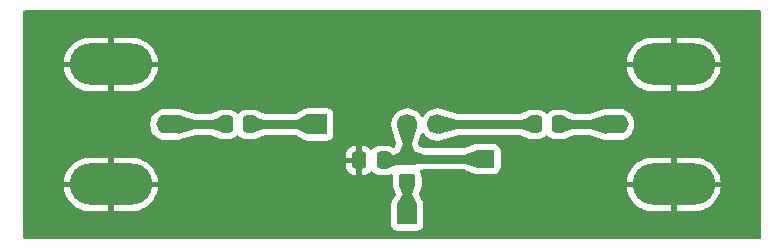
<source format=gbr>
%TF.GenerationSoftware,KiCad,Pcbnew,9.0.3*%
%TF.CreationDate,2025-07-24T18:02:03+02:00*%
%TF.ProjectId,OM345_Testrig,4f4d3334-355f-4546-9573-747269672e6b,rev?*%
%TF.SameCoordinates,Original*%
%TF.FileFunction,Copper,L1,Top*%
%TF.FilePolarity,Positive*%
%FSLAX46Y46*%
G04 Gerber Fmt 4.6, Leading zero omitted, Abs format (unit mm)*
G04 Created by KiCad (PCBNEW 9.0.3) date 2025-07-24 18:02:03*
%MOMM*%
%LPD*%
G01*
G04 APERTURE LIST*
G04 Aperture macros list*
%AMRoundRect*
0 Rectangle with rounded corners*
0 $1 Rounding radius*
0 $2 $3 $4 $5 $6 $7 $8 $9 X,Y pos of 4 corners*
0 Add a 4 corners polygon primitive as box body*
4,1,4,$2,$3,$4,$5,$6,$7,$8,$9,$2,$3,0*
0 Add four circle primitives for the rounded corners*
1,1,$1+$1,$2,$3*
1,1,$1+$1,$4,$5*
1,1,$1+$1,$6,$7*
1,1,$1+$1,$8,$9*
0 Add four rect primitives between the rounded corners*
20,1,$1+$1,$2,$3,$4,$5,0*
20,1,$1+$1,$4,$5,$6,$7,0*
20,1,$1+$1,$6,$7,$8,$9,0*
20,1,$1+$1,$8,$9,$2,$3,0*%
G04 Aperture macros list end*
%TA.AperFunction,ComponentPad*%
%ADD10RoundRect,0.250000X-0.550000X0.550000X-0.550000X-0.550000X0.550000X-0.550000X0.550000X0.550000X0*%
%TD*%
%TA.AperFunction,ComponentPad*%
%ADD11C,1.600000*%
%TD*%
%TA.AperFunction,SMDPad,CuDef*%
%ADD12RoundRect,0.250000X-0.450000X0.350000X-0.450000X-0.350000X0.450000X-0.350000X0.450000X0.350000X0*%
%TD*%
%TA.AperFunction,ComponentPad*%
%ADD13R,1.700000X1.700000*%
%TD*%
%TA.AperFunction,ComponentPad*%
%ADD14C,1.700000*%
%TD*%
%TA.AperFunction,ComponentPad*%
%ADD15O,2.500000X1.600000*%
%TD*%
%TA.AperFunction,ComponentPad*%
%ADD16O,7.000000X3.500000*%
%TD*%
%TA.AperFunction,SMDPad,CuDef*%
%ADD17RoundRect,0.250000X-0.337500X-0.475000X0.337500X-0.475000X0.337500X0.475000X-0.337500X0.475000X0*%
%TD*%
%TA.AperFunction,ViaPad*%
%ADD18C,0.600000*%
%TD*%
%TA.AperFunction,Conductor*%
%ADD19C,0.762000*%
%TD*%
G04 APERTURE END LIST*
D10*
%TO.P,C4,1*%
%TO.N,VCC*%
X151384000Y-84201000D03*
D11*
%TO.P,C4,2*%
%TO.N,GND*%
X151384000Y-86701000D03*
%TD*%
D12*
%TO.P,R1,1*%
%TO.N,VCC*%
X144780000Y-84090000D03*
%TO.P,R1,2*%
%TO.N,+12V*%
X144780000Y-86090000D03*
%TD*%
D13*
%TO.P,J3,1,Pin_1*%
%TO.N,Net-(J3-Pin_1)*%
X137160000Y-81280000D03*
D14*
%TO.P,J3,2,Pin_2*%
%TO.N,GND*%
X139700000Y-81280000D03*
%TO.P,J3,3,Pin_3*%
X142240000Y-81280000D03*
%TO.P,J3,4,Pin_4*%
%TO.N,VCC*%
X144780000Y-81280000D03*
%TO.P,J3,5,Pin_5*%
%TO.N,Net-(J3-Pin_5)*%
X147320000Y-81280000D03*
%TD*%
D15*
%TO.P,J1,1,In*%
%TO.N,Net-(J1-In)*%
X124770000Y-81280000D03*
D16*
%TO.P,J1,2,Ext*%
%TO.N,GND*%
X119690000Y-86360000D03*
D15*
X124770000Y-83820000D03*
D16*
X119690000Y-76200000D03*
%TD*%
D17*
%TO.P,C1,1*%
%TO.N,Net-(J1-In)*%
X129391500Y-81280000D03*
%TO.P,C1,2*%
%TO.N,Net-(J3-Pin_1)*%
X131466500Y-81280000D03*
%TD*%
%TO.P,C2,1*%
%TO.N,Net-(J3-Pin_5)*%
X155553500Y-81280000D03*
%TO.P,C2,2*%
%TO.N,Net-(J2-In)*%
X157628500Y-81280000D03*
%TD*%
D15*
%TO.P,J2,1,In*%
%TO.N,Net-(J2-In)*%
X162250000Y-81280000D03*
D16*
%TO.P,J2,2,Ext*%
%TO.N,GND*%
X167330000Y-76200000D03*
D15*
X162250000Y-78740000D03*
D16*
X167330000Y-86360000D03*
%TD*%
D13*
%TO.P,J4,1,Pin_1*%
%TO.N,+12V*%
X144780000Y-88900000D03*
D14*
%TO.P,J4,2,Pin_2*%
%TO.N,GND*%
X142240000Y-88900000D03*
%TD*%
D17*
%TO.P,C3,1*%
%TO.N,GND*%
X140694500Y-84328000D03*
%TO.P,C3,2*%
%TO.N,VCC*%
X142769500Y-84328000D03*
%TD*%
D18*
%TO.N,GND*%
X140694500Y-84328000D03*
%TD*%
D19*
%TO.N,VCC*%
X151384000Y-84201000D02*
X144891000Y-84201000D01*
X144891000Y-84201000D02*
X144780000Y-84090000D01*
%TO.N,+12V*%
X144780000Y-86090000D02*
X144780000Y-88900000D01*
%TO.N,VCC*%
X142769500Y-84328000D02*
X144542000Y-84328000D01*
X144542000Y-84328000D02*
X144780000Y-84090000D01*
X144780000Y-81280000D02*
X144780000Y-84090000D01*
%TO.N,Net-(J1-In)*%
X124770000Y-81280000D02*
X129391500Y-81280000D01*
%TO.N,Net-(J3-Pin_1)*%
X131466500Y-81280000D02*
X137160000Y-81280000D01*
%TO.N,Net-(J3-Pin_5)*%
X147320000Y-81280000D02*
X155553500Y-81280000D01*
%TO.N,Net-(J2-In)*%
X157628500Y-81280000D02*
X162250000Y-81280000D01*
%TD*%
%TA.AperFunction,Conductor*%
%TO.N,GND*%
G36*
X174702539Y-71640185D02*
G01*
X174748294Y-71692989D01*
X174759500Y-71744500D01*
X174759500Y-90815500D01*
X174739815Y-90882539D01*
X174687011Y-90928294D01*
X174635500Y-90939500D01*
X112384500Y-90939500D01*
X112317461Y-90919815D01*
X112271706Y-90867011D01*
X112260500Y-90815500D01*
X112260500Y-86110000D01*
X115703497Y-86110000D01*
X118715038Y-86110000D01*
X118685000Y-86261016D01*
X118685000Y-86458984D01*
X118715038Y-86610000D01*
X115703498Y-86610000D01*
X115728496Y-86799884D01*
X115728499Y-86799897D01*
X115804835Y-87084790D01*
X115804838Y-87084800D01*
X115917704Y-87357281D01*
X115917709Y-87357292D01*
X116065174Y-87612707D01*
X116065185Y-87612723D01*
X116244729Y-87846709D01*
X116244735Y-87846716D01*
X116453283Y-88055264D01*
X116453290Y-88055270D01*
X116687276Y-88234814D01*
X116687292Y-88234825D01*
X116942707Y-88382290D01*
X116942718Y-88382295D01*
X117215199Y-88495161D01*
X117215209Y-88495164D01*
X117500102Y-88571500D01*
X117500115Y-88571503D01*
X117792516Y-88609998D01*
X117792534Y-88610000D01*
X119440000Y-88610000D01*
X119440000Y-87334961D01*
X119591016Y-87365000D01*
X119788984Y-87365000D01*
X119940000Y-87334961D01*
X119940000Y-88610000D01*
X121587466Y-88610000D01*
X121587483Y-88609998D01*
X121879884Y-88571503D01*
X121879897Y-88571500D01*
X122164790Y-88495164D01*
X122164800Y-88495161D01*
X122437281Y-88382295D01*
X122437292Y-88382290D01*
X122692707Y-88234825D01*
X122692723Y-88234814D01*
X122926709Y-88055270D01*
X122926716Y-88055264D01*
X123135264Y-87846716D01*
X123135270Y-87846709D01*
X123314814Y-87612723D01*
X123314825Y-87612707D01*
X123462290Y-87357292D01*
X123462295Y-87357281D01*
X123575161Y-87084800D01*
X123575164Y-87084790D01*
X123651500Y-86799897D01*
X123651503Y-86799884D01*
X123676502Y-86610000D01*
X120664962Y-86610000D01*
X120695000Y-86458984D01*
X120695000Y-86261016D01*
X120664962Y-86110000D01*
X123676502Y-86110000D01*
X123651503Y-85920115D01*
X123651500Y-85920102D01*
X123575164Y-85635209D01*
X123575161Y-85635199D01*
X123462295Y-85362718D01*
X123462290Y-85362707D01*
X123314825Y-85107292D01*
X123314814Y-85107276D01*
X123135270Y-84873290D01*
X123135264Y-84873283D01*
X123114967Y-84852986D01*
X139607001Y-84852986D01*
X139617494Y-84955697D01*
X139672641Y-85122119D01*
X139672643Y-85122124D01*
X139764684Y-85271345D01*
X139888654Y-85395315D01*
X140037875Y-85487356D01*
X140037880Y-85487358D01*
X140204302Y-85542505D01*
X140204309Y-85542506D01*
X140307019Y-85552999D01*
X140444499Y-85552999D01*
X140444500Y-85552998D01*
X140444500Y-84578000D01*
X139607001Y-84578000D01*
X139607001Y-84852986D01*
X123114967Y-84852986D01*
X122926716Y-84664735D01*
X122874951Y-84625014D01*
X122874949Y-84625012D01*
X122692723Y-84485185D01*
X122692707Y-84485174D01*
X122437292Y-84337709D01*
X122437281Y-84337704D01*
X122164800Y-84224838D01*
X122164790Y-84224835D01*
X121879897Y-84148499D01*
X121879884Y-84148496D01*
X121587483Y-84110001D01*
X121587466Y-84110000D01*
X119940000Y-84110000D01*
X119940000Y-85385038D01*
X119788984Y-85355000D01*
X119591016Y-85355000D01*
X119440000Y-85385038D01*
X119440000Y-84110000D01*
X117792534Y-84110000D01*
X117792516Y-84110001D01*
X117500115Y-84148496D01*
X117500102Y-84148499D01*
X117215209Y-84224835D01*
X117215199Y-84224838D01*
X116942718Y-84337704D01*
X116942707Y-84337709D01*
X116687292Y-84485174D01*
X116687276Y-84485185D01*
X116453290Y-84664729D01*
X116453283Y-84664735D01*
X116244735Y-84873283D01*
X116244729Y-84873290D01*
X116065185Y-85107276D01*
X116065174Y-85107292D01*
X115917709Y-85362707D01*
X115917704Y-85362718D01*
X115804838Y-85635199D01*
X115804835Y-85635209D01*
X115728499Y-85920102D01*
X115728496Y-85920115D01*
X115703497Y-86110000D01*
X112260500Y-86110000D01*
X112260500Y-83803013D01*
X139607000Y-83803013D01*
X139607000Y-84078000D01*
X140444500Y-84078000D01*
X140444500Y-83103000D01*
X140944500Y-83103000D01*
X140944500Y-85552999D01*
X141081972Y-85552999D01*
X141081986Y-85552998D01*
X141184697Y-85542505D01*
X141351119Y-85487358D01*
X141351124Y-85487356D01*
X141500345Y-85395315D01*
X141624316Y-85271344D01*
X141628798Y-85265677D01*
X141630991Y-85267411D01*
X141673357Y-85229265D01*
X141742314Y-85218008D01*
X141806410Y-85245818D01*
X141828334Y-85271106D01*
X141828489Y-85270985D01*
X141831183Y-85274392D01*
X141832545Y-85275963D01*
X141832970Y-85276652D01*
X141958348Y-85402030D01*
X142109262Y-85495115D01*
X142277574Y-85550887D01*
X142381455Y-85561500D01*
X143157544Y-85561499D01*
X143261426Y-85550887D01*
X143415189Y-85499935D01*
X143485016Y-85497534D01*
X143545057Y-85533266D01*
X143576250Y-85595786D01*
X143577549Y-85630245D01*
X143571500Y-85689447D01*
X143571500Y-86490537D01*
X143571501Y-86490553D01*
X143582113Y-86594427D01*
X143637884Y-86762735D01*
X143637886Y-86762740D01*
X143725291Y-86904445D01*
X143737359Y-86930239D01*
X143804616Y-87131495D01*
X143807195Y-87201318D01*
X143795579Y-87230703D01*
X143484235Y-87794973D01*
X143482245Y-87798055D01*
X143479112Y-87803793D01*
X143453156Y-87873379D01*
X143453155Y-87873378D01*
X143452666Y-87874686D01*
X143437014Y-87914074D01*
X143435559Y-87919716D01*
X143435111Y-87921757D01*
X143432587Y-87928525D01*
X143432587Y-87928526D01*
X143428012Y-87940794D01*
X143428010Y-87940800D01*
X143421500Y-88001345D01*
X143421500Y-89798654D01*
X143428011Y-89859202D01*
X143428011Y-89859204D01*
X143479111Y-89996204D01*
X143566739Y-90113261D01*
X143683796Y-90200889D01*
X143820799Y-90251989D01*
X143848050Y-90254918D01*
X143881345Y-90258499D01*
X143881362Y-90258500D01*
X145678638Y-90258500D01*
X145678654Y-90258499D01*
X145705692Y-90255591D01*
X145739201Y-90251989D01*
X145876204Y-90200889D01*
X145993261Y-90113261D01*
X146080889Y-89996204D01*
X146131989Y-89859201D01*
X146135591Y-89825692D01*
X146138499Y-89798654D01*
X146138500Y-89798637D01*
X146138500Y-88001362D01*
X146138499Y-88001345D01*
X146135157Y-87970270D01*
X146131989Y-87940799D01*
X146131987Y-87940794D01*
X146080890Y-87803799D01*
X146080889Y-87803796D01*
X146080886Y-87803792D01*
X146077740Y-87798030D01*
X146075760Y-87794965D01*
X145975205Y-87612723D01*
X145764418Y-87230700D01*
X145757232Y-87198351D01*
X145749073Y-87166220D01*
X145749532Y-87163690D01*
X145749267Y-87162495D01*
X145755380Y-87131501D01*
X145822635Y-86930248D01*
X145834703Y-86904454D01*
X145834709Y-86904445D01*
X145922115Y-86762738D01*
X145977887Y-86594426D01*
X145988500Y-86490545D01*
X145988499Y-86110000D01*
X163343497Y-86110000D01*
X166355038Y-86110000D01*
X166325000Y-86261016D01*
X166325000Y-86458984D01*
X166355038Y-86610000D01*
X163343498Y-86610000D01*
X163368496Y-86799884D01*
X163368499Y-86799897D01*
X163444835Y-87084790D01*
X163444838Y-87084800D01*
X163557704Y-87357281D01*
X163557709Y-87357292D01*
X163705174Y-87612707D01*
X163705185Y-87612723D01*
X163884729Y-87846709D01*
X163884735Y-87846716D01*
X164093283Y-88055264D01*
X164093290Y-88055270D01*
X164327276Y-88234814D01*
X164327292Y-88234825D01*
X164582707Y-88382290D01*
X164582718Y-88382295D01*
X164855199Y-88495161D01*
X164855209Y-88495164D01*
X165140102Y-88571500D01*
X165140115Y-88571503D01*
X165432516Y-88609998D01*
X165432534Y-88610000D01*
X167080000Y-88610000D01*
X167080000Y-87334961D01*
X167231016Y-87365000D01*
X167428984Y-87365000D01*
X167580000Y-87334961D01*
X167580000Y-88610000D01*
X169227466Y-88610000D01*
X169227483Y-88609998D01*
X169519884Y-88571503D01*
X169519897Y-88571500D01*
X169804790Y-88495164D01*
X169804800Y-88495161D01*
X170077281Y-88382295D01*
X170077292Y-88382290D01*
X170332707Y-88234825D01*
X170332723Y-88234814D01*
X170566709Y-88055270D01*
X170566716Y-88055264D01*
X170775264Y-87846716D01*
X170775270Y-87846709D01*
X170954814Y-87612723D01*
X170954825Y-87612707D01*
X171102290Y-87357292D01*
X171102295Y-87357281D01*
X171215161Y-87084800D01*
X171215164Y-87084790D01*
X171291500Y-86799897D01*
X171291503Y-86799884D01*
X171316502Y-86610000D01*
X168304962Y-86610000D01*
X168335000Y-86458984D01*
X168335000Y-86261016D01*
X168304962Y-86110000D01*
X171316502Y-86110000D01*
X171291503Y-85920115D01*
X171291500Y-85920102D01*
X171215164Y-85635209D01*
X171215161Y-85635199D01*
X171102295Y-85362718D01*
X171102290Y-85362707D01*
X170954825Y-85107292D01*
X170954814Y-85107276D01*
X170775270Y-84873290D01*
X170775264Y-84873283D01*
X170566716Y-84664735D01*
X170566709Y-84664729D01*
X170332723Y-84485185D01*
X170332707Y-84485174D01*
X170077292Y-84337709D01*
X170077281Y-84337704D01*
X169804800Y-84224838D01*
X169804790Y-84224835D01*
X169519897Y-84148499D01*
X169519884Y-84148496D01*
X169227483Y-84110001D01*
X169227466Y-84110000D01*
X167580000Y-84110000D01*
X167580000Y-85385038D01*
X167428984Y-85355000D01*
X167231016Y-85355000D01*
X167080000Y-85385038D01*
X167080000Y-84110000D01*
X165432534Y-84110000D01*
X165432516Y-84110001D01*
X165140115Y-84148496D01*
X165140102Y-84148499D01*
X164855209Y-84224835D01*
X164855199Y-84224838D01*
X164582718Y-84337704D01*
X164582707Y-84337709D01*
X164327292Y-84485174D01*
X164327276Y-84485185D01*
X164093290Y-84664729D01*
X164093283Y-84664735D01*
X163884735Y-84873283D01*
X163884729Y-84873290D01*
X163705185Y-85107276D01*
X163705174Y-85107292D01*
X163557709Y-85362707D01*
X163557704Y-85362718D01*
X163444838Y-85635199D01*
X163444835Y-85635209D01*
X163368499Y-85920102D01*
X163368496Y-85920115D01*
X163343497Y-86110000D01*
X145988499Y-86110000D01*
X145988499Y-86066852D01*
X145988499Y-85689462D01*
X145988498Y-85689446D01*
X145982450Y-85630245D01*
X145977887Y-85585574D01*
X145922115Y-85417262D01*
X145852967Y-85305157D01*
X145843758Y-85271501D01*
X145834522Y-85238120D01*
X145834576Y-85237943D01*
X145834528Y-85237766D01*
X145844971Y-85204489D01*
X145855254Y-85171397D01*
X145855394Y-85171279D01*
X145855450Y-85171102D01*
X145882320Y-85148675D01*
X145908768Y-85126474D01*
X145908997Y-85126410D01*
X145909092Y-85126332D01*
X145942777Y-85117063D01*
X146134499Y-85092704D01*
X146141425Y-85091668D01*
X146142737Y-85091501D01*
X146143453Y-85091615D01*
X146158461Y-85090500D01*
X149643881Y-85090500D01*
X149691811Y-85100138D01*
X149927718Y-85199009D01*
X150531842Y-85452204D01*
X150574477Y-85464197D01*
X150579844Y-85465840D01*
X150679574Y-85498887D01*
X150783455Y-85509500D01*
X151984544Y-85509499D01*
X152088426Y-85498887D01*
X152256738Y-85443115D01*
X152407652Y-85350030D01*
X152533030Y-85224652D01*
X152626115Y-85073738D01*
X152681887Y-84905426D01*
X152692500Y-84801545D01*
X152692499Y-83600456D01*
X152681887Y-83496574D01*
X152626115Y-83328262D01*
X152533030Y-83177348D01*
X152407652Y-83051970D01*
X152256738Y-82958885D01*
X152224625Y-82948244D01*
X152088427Y-82903113D01*
X151984545Y-82892500D01*
X150783462Y-82892500D01*
X150783446Y-82892501D01*
X150679572Y-82903113D01*
X150567416Y-82940277D01*
X150559581Y-82942590D01*
X150531844Y-82949793D01*
X150531839Y-82949794D01*
X149691808Y-83301862D01*
X149643878Y-83311500D01*
X146214391Y-83311500D01*
X146168683Y-83302768D01*
X146166398Y-83301862D01*
X145843815Y-83173946D01*
X145843104Y-83173391D01*
X145842209Y-83173296D01*
X145815627Y-83151928D01*
X145788752Y-83130936D01*
X145788222Y-83129899D01*
X145787752Y-83129521D01*
X145771916Y-83097979D01*
X145770753Y-83094500D01*
X145723505Y-82953114D01*
X145720928Y-82883293D01*
X145722276Y-82878408D01*
X145964837Y-82065072D01*
X146002860Y-82006455D01*
X146066538Y-81977700D01*
X146135654Y-81987936D01*
X146183983Y-82027626D01*
X146260126Y-82132428D01*
X146283794Y-82165004D01*
X146434996Y-82316206D01*
X146607991Y-82441894D01*
X146701438Y-82489507D01*
X146798516Y-82538972D01*
X146798519Y-82538973D01*
X146859665Y-82558840D01*
X147001884Y-82605049D01*
X147213084Y-82638500D01*
X147213085Y-82638500D01*
X147426915Y-82638500D01*
X147426916Y-82638500D01*
X147638116Y-82605049D01*
X147672311Y-82593937D01*
X147675121Y-82593061D01*
X148940979Y-82215545D01*
X149078031Y-82174672D01*
X149113469Y-82169500D01*
X154259815Y-82169500D01*
X154299125Y-82175895D01*
X154669605Y-82299734D01*
X154717974Y-82329656D01*
X154742348Y-82354030D01*
X154893262Y-82447115D01*
X155061574Y-82502887D01*
X155165455Y-82513500D01*
X155941544Y-82513499D01*
X156045426Y-82502887D01*
X156213738Y-82447115D01*
X156364652Y-82354030D01*
X156490030Y-82228652D01*
X156490032Y-82228647D01*
X156493732Y-82223970D01*
X156550753Y-82183591D01*
X156620552Y-82180451D01*
X156680968Y-82215545D01*
X156688268Y-82223970D01*
X156691969Y-82228651D01*
X156691970Y-82228652D01*
X156817348Y-82354030D01*
X156968262Y-82447115D01*
X157136574Y-82502887D01*
X157240455Y-82513500D01*
X158016544Y-82513499D01*
X158120426Y-82502887D01*
X158288738Y-82447115D01*
X158439652Y-82354030D01*
X158464027Y-82329653D01*
X158512396Y-82299732D01*
X158882874Y-82175895D01*
X158922184Y-82169500D01*
X160109351Y-82169500D01*
X160143065Y-82174171D01*
X161481183Y-82552248D01*
X161493592Y-82556280D01*
X161504335Y-82557981D01*
X161598211Y-82574563D01*
X161598213Y-82574563D01*
X161598218Y-82574564D01*
X161602843Y-82574908D01*
X161602863Y-82574909D01*
X161602873Y-82574910D01*
X161610932Y-82575418D01*
X161622486Y-82576694D01*
X161697019Y-82588500D01*
X161697022Y-82588500D01*
X162802980Y-82588500D01*
X162802981Y-82588500D01*
X163006408Y-82556280D01*
X163202290Y-82492634D01*
X163385803Y-82399129D01*
X163552430Y-82278068D01*
X163698068Y-82132430D01*
X163819129Y-81965803D01*
X163912634Y-81782290D01*
X163976280Y-81586408D01*
X164008500Y-81382981D01*
X164008500Y-81177019D01*
X163976280Y-80973592D01*
X163912634Y-80777710D01*
X163912632Y-80777707D01*
X163912632Y-80777705D01*
X163878709Y-80711128D01*
X163819129Y-80594197D01*
X163737804Y-80482262D01*
X163698073Y-80427576D01*
X163698069Y-80427571D01*
X163552428Y-80281930D01*
X163552423Y-80281926D01*
X163385806Y-80160873D01*
X163385805Y-80160872D01*
X163385803Y-80160871D01*
X163328496Y-80131671D01*
X163202294Y-80067367D01*
X163006408Y-80003719D01*
X162830794Y-79975905D01*
X162802981Y-79971500D01*
X161697019Y-79971500D01*
X161658736Y-79977563D01*
X161493594Y-80003719D01*
X161493585Y-80003721D01*
X161483464Y-80007010D01*
X161478867Y-80008405D01*
X160695886Y-80229631D01*
X160144833Y-80385328D01*
X160143063Y-80385828D01*
X160109348Y-80390500D01*
X158922186Y-80390500D01*
X158882875Y-80384104D01*
X158874621Y-80381345D01*
X158688310Y-80319067D01*
X158512394Y-80260265D01*
X158464024Y-80230342D01*
X158439653Y-80205971D01*
X158439652Y-80205970D01*
X158288738Y-80112885D01*
X158288735Y-80112884D01*
X158120427Y-80057113D01*
X158016546Y-80046500D01*
X157240462Y-80046500D01*
X157240446Y-80046501D01*
X157136572Y-80057113D01*
X156968264Y-80112884D01*
X156968259Y-80112886D01*
X156817346Y-80205971D01*
X156691972Y-80331345D01*
X156688265Y-80336034D01*
X156631242Y-80376410D01*
X156561443Y-80379547D01*
X156501028Y-80344450D01*
X156493735Y-80336034D01*
X156490032Y-80331351D01*
X156490030Y-80331348D01*
X156364652Y-80205970D01*
X156213738Y-80112885D01*
X156213735Y-80112884D01*
X156045427Y-80057113D01*
X155941546Y-80046500D01*
X155165462Y-80046500D01*
X155165446Y-80046501D01*
X155061572Y-80057113D01*
X154893264Y-80112884D01*
X154893259Y-80112886D01*
X154742346Y-80205971D01*
X154717973Y-80230344D01*
X154669604Y-80260265D01*
X154456959Y-80331345D01*
X154322141Y-80376410D01*
X154299123Y-80384104D01*
X154259812Y-80390500D01*
X149113470Y-80390500D01*
X149078032Y-80385328D01*
X147675763Y-79967127D01*
X147675714Y-79967112D01*
X147673689Y-79966509D01*
X147638116Y-79954951D01*
X147628382Y-79953409D01*
X147621973Y-79951658D01*
X147621280Y-79951485D01*
X147620932Y-79951399D01*
X147543428Y-79938334D01*
X147536639Y-79937945D01*
X147536668Y-79937425D01*
X147522881Y-79936698D01*
X147426922Y-79921500D01*
X147426916Y-79921500D01*
X147213084Y-79921500D01*
X147142684Y-79932650D01*
X147001882Y-79954951D01*
X146798519Y-80021026D01*
X146798516Y-80021027D01*
X146607990Y-80118106D01*
X146434993Y-80243796D01*
X146283796Y-80394993D01*
X146158105Y-80567991D01*
X146155727Y-80571873D01*
X146103914Y-80618748D01*
X146034984Y-80630169D01*
X145970822Y-80602512D01*
X145944273Y-80571873D01*
X145941894Y-80567991D01*
X145879608Y-80482262D01*
X145816206Y-80394996D01*
X145665004Y-80243794D01*
X145492009Y-80118106D01*
X145481760Y-80112884D01*
X145301483Y-80021027D01*
X145301480Y-80021026D01*
X145098117Y-79954951D01*
X144982872Y-79936698D01*
X144886916Y-79921500D01*
X144673084Y-79921500D01*
X144602684Y-79932650D01*
X144461882Y-79954951D01*
X144258519Y-80021026D01*
X144258516Y-80021027D01*
X144067990Y-80118106D01*
X143894993Y-80243796D01*
X143743796Y-80394993D01*
X143618106Y-80567990D01*
X143521027Y-80758516D01*
X143521026Y-80758519D01*
X143454951Y-80961882D01*
X143421500Y-81173084D01*
X143421500Y-81386915D01*
X143454949Y-81598109D01*
X143454953Y-81598126D01*
X143466054Y-81632293D01*
X143466950Y-81635169D01*
X143837713Y-82878375D01*
X143837799Y-82898691D01*
X143842801Y-82918389D01*
X143837994Y-82944844D01*
X143838009Y-82948244D01*
X143836492Y-82953115D01*
X143762399Y-83174830D01*
X143722481Y-83232174D01*
X143703343Y-83244834D01*
X143692659Y-83250557D01*
X143662841Y-83256793D01*
X143657897Y-83258834D01*
X143655320Y-83258365D01*
X143624269Y-83264860D01*
X143569011Y-83246790D01*
X143528118Y-83221567D01*
X143456429Y-83177348D01*
X143429740Y-83160886D01*
X143429735Y-83160884D01*
X143261427Y-83105113D01*
X143157546Y-83094500D01*
X142381462Y-83094500D01*
X142381446Y-83094501D01*
X142277572Y-83105113D01*
X142109264Y-83160884D01*
X142109259Y-83160886D01*
X141958346Y-83253971D01*
X141832970Y-83379347D01*
X141832968Y-83379350D01*
X141832541Y-83380043D01*
X141832123Y-83380418D01*
X141828489Y-83385015D01*
X141827703Y-83384393D01*
X141780591Y-83426764D01*
X141711627Y-83437983D01*
X141647547Y-83410136D01*
X141629739Y-83389578D01*
X141628798Y-83390323D01*
X141624316Y-83384655D01*
X141500345Y-83260684D01*
X141351124Y-83168643D01*
X141351119Y-83168641D01*
X141184697Y-83113494D01*
X141184690Y-83113493D01*
X141081986Y-83103000D01*
X140944500Y-83103000D01*
X140444500Y-83103000D01*
X140307027Y-83103000D01*
X140307012Y-83103001D01*
X140204302Y-83113494D01*
X140037880Y-83168641D01*
X140037875Y-83168643D01*
X139888654Y-83260684D01*
X139764684Y-83384654D01*
X139672643Y-83533875D01*
X139672641Y-83533880D01*
X139617494Y-83700302D01*
X139617493Y-83700309D01*
X139607000Y-83803013D01*
X112260500Y-83803013D01*
X112260500Y-81177019D01*
X123011500Y-81177019D01*
X123011500Y-81382980D01*
X123043719Y-81586408D01*
X123107367Y-81782294D01*
X123200873Y-81965806D01*
X123321926Y-82132423D01*
X123321930Y-82132428D01*
X123467571Y-82278069D01*
X123467576Y-82278073D01*
X123538575Y-82329656D01*
X123634197Y-82399129D01*
X123751128Y-82458709D01*
X123817705Y-82492632D01*
X123817707Y-82492632D01*
X123817710Y-82492634D01*
X123881923Y-82513498D01*
X124013591Y-82556280D01*
X124114371Y-82572242D01*
X124217019Y-82588500D01*
X124217020Y-82588500D01*
X125322980Y-82588500D01*
X125322981Y-82588500D01*
X125526408Y-82556280D01*
X125536572Y-82552977D01*
X125541102Y-82551601D01*
X126876934Y-82174171D01*
X126910649Y-82169500D01*
X128097815Y-82169500D01*
X128137125Y-82175895D01*
X128507605Y-82299734D01*
X128555974Y-82329656D01*
X128580348Y-82354030D01*
X128731262Y-82447115D01*
X128899574Y-82502887D01*
X129003455Y-82513500D01*
X129779544Y-82513499D01*
X129883426Y-82502887D01*
X130051738Y-82447115D01*
X130202652Y-82354030D01*
X130328030Y-82228652D01*
X130328032Y-82228647D01*
X130331732Y-82223970D01*
X130388753Y-82183591D01*
X130458552Y-82180451D01*
X130518968Y-82215545D01*
X130526268Y-82223970D01*
X130529969Y-82228651D01*
X130529970Y-82228652D01*
X130655348Y-82354030D01*
X130806262Y-82447115D01*
X130974574Y-82502887D01*
X131078455Y-82513500D01*
X131854544Y-82513499D01*
X131958426Y-82502887D01*
X132126738Y-82447115D01*
X132277652Y-82354030D01*
X132302027Y-82329653D01*
X132350396Y-82299732D01*
X132720874Y-82175895D01*
X132760184Y-82169500D01*
X135286733Y-82169500D01*
X135346637Y-82184929D01*
X136054227Y-82575353D01*
X136058861Y-82577194D01*
X136063796Y-82580889D01*
X136134590Y-82607294D01*
X136147570Y-82612453D01*
X136174041Y-82622975D01*
X136174046Y-82622976D01*
X136174053Y-82622979D01*
X136176175Y-82623526D01*
X136188521Y-82627409D01*
X136200799Y-82631989D01*
X136217779Y-82633814D01*
X136261345Y-82638499D01*
X136261362Y-82638500D01*
X138058638Y-82638500D01*
X138058654Y-82638499D01*
X138085692Y-82635591D01*
X138119201Y-82631989D01*
X138256204Y-82580889D01*
X138373261Y-82493261D01*
X138460889Y-82376204D01*
X138511989Y-82239201D01*
X138517968Y-82183591D01*
X138518499Y-82178654D01*
X138518500Y-82178637D01*
X138518500Y-80381362D01*
X138518499Y-80381345D01*
X138513123Y-80331348D01*
X138511989Y-80320799D01*
X138497491Y-80281930D01*
X138483267Y-80243794D01*
X138460889Y-80183796D01*
X138373261Y-80066739D01*
X138256204Y-79979111D01*
X138119203Y-79928011D01*
X138058654Y-79921500D01*
X138058638Y-79921500D01*
X136261362Y-79921500D01*
X136261345Y-79921500D01*
X136200798Y-79928010D01*
X136063795Y-79979111D01*
X136058051Y-79982247D01*
X136054979Y-79984230D01*
X135346636Y-80375070D01*
X135286731Y-80390500D01*
X132760186Y-80390500D01*
X132720875Y-80384104D01*
X132712621Y-80381345D01*
X132526310Y-80319067D01*
X132350394Y-80260265D01*
X132302024Y-80230342D01*
X132277653Y-80205971D01*
X132277652Y-80205970D01*
X132126738Y-80112885D01*
X132126735Y-80112884D01*
X131958427Y-80057113D01*
X131854546Y-80046500D01*
X131078462Y-80046500D01*
X131078446Y-80046501D01*
X130974572Y-80057113D01*
X130806264Y-80112884D01*
X130806259Y-80112886D01*
X130655346Y-80205971D01*
X130529972Y-80331345D01*
X130526265Y-80336034D01*
X130469242Y-80376410D01*
X130399443Y-80379547D01*
X130339028Y-80344450D01*
X130331735Y-80336034D01*
X130328032Y-80331351D01*
X130328030Y-80331348D01*
X130202652Y-80205970D01*
X130051738Y-80112885D01*
X130051735Y-80112884D01*
X129883427Y-80057113D01*
X129779546Y-80046500D01*
X129003462Y-80046500D01*
X129003446Y-80046501D01*
X128899572Y-80057113D01*
X128731264Y-80112884D01*
X128731259Y-80112886D01*
X128580346Y-80205971D01*
X128555973Y-80230344D01*
X128507604Y-80260265D01*
X128294959Y-80331345D01*
X128160141Y-80376410D01*
X128137123Y-80384104D01*
X128097812Y-80390500D01*
X126910653Y-80390500D01*
X126876938Y-80385828D01*
X126875168Y-80385328D01*
X126240374Y-80205971D01*
X125543395Y-80009044D01*
X125543384Y-80009041D01*
X125538796Y-80007745D01*
X125526408Y-80003720D01*
X125515702Y-80002024D01*
X125510829Y-80001163D01*
X125510814Y-80001160D01*
X125444508Y-79989454D01*
X125421700Y-79985428D01*
X125420779Y-79985359D01*
X125417076Y-79985084D01*
X125411256Y-79984717D01*
X125409080Y-79984580D01*
X125397480Y-79983299D01*
X125322986Y-79971500D01*
X125322981Y-79971500D01*
X124217019Y-79971500D01*
X124192550Y-79975375D01*
X124013591Y-80003719D01*
X123817705Y-80067367D01*
X123634193Y-80160873D01*
X123467576Y-80281926D01*
X123467571Y-80281930D01*
X123321930Y-80427571D01*
X123321926Y-80427576D01*
X123200873Y-80594193D01*
X123107367Y-80777705D01*
X123043719Y-80973591D01*
X123011500Y-81177019D01*
X112260500Y-81177019D01*
X112260500Y-75950000D01*
X115703497Y-75950000D01*
X118715038Y-75950000D01*
X118685000Y-76101016D01*
X118685000Y-76298984D01*
X118715038Y-76450000D01*
X115703498Y-76450000D01*
X115728496Y-76639884D01*
X115728499Y-76639897D01*
X115804835Y-76924790D01*
X115804838Y-76924800D01*
X115917704Y-77197281D01*
X115917709Y-77197292D01*
X116065174Y-77452707D01*
X116065185Y-77452723D01*
X116244729Y-77686709D01*
X116244735Y-77686716D01*
X116453283Y-77895264D01*
X116453290Y-77895270D01*
X116687276Y-78074814D01*
X116687292Y-78074825D01*
X116942707Y-78222290D01*
X116942718Y-78222295D01*
X117215199Y-78335161D01*
X117215209Y-78335164D01*
X117500102Y-78411500D01*
X117500115Y-78411503D01*
X117792516Y-78449998D01*
X117792534Y-78450000D01*
X119440000Y-78450000D01*
X119440000Y-77174961D01*
X119591016Y-77205000D01*
X119788984Y-77205000D01*
X119940000Y-77174961D01*
X119940000Y-78450000D01*
X121587466Y-78450000D01*
X121587483Y-78449998D01*
X121879884Y-78411503D01*
X121879897Y-78411500D01*
X122164790Y-78335164D01*
X122164800Y-78335161D01*
X122437281Y-78222295D01*
X122437292Y-78222290D01*
X122692707Y-78074825D01*
X122692723Y-78074814D01*
X122926709Y-77895270D01*
X122926716Y-77895264D01*
X123135264Y-77686716D01*
X123135270Y-77686709D01*
X123314814Y-77452723D01*
X123314825Y-77452707D01*
X123462290Y-77197292D01*
X123462295Y-77197281D01*
X123575161Y-76924800D01*
X123575164Y-76924790D01*
X123651500Y-76639897D01*
X123651503Y-76639884D01*
X123676502Y-76450000D01*
X120664962Y-76450000D01*
X120695000Y-76298984D01*
X120695000Y-76101016D01*
X120664962Y-75950000D01*
X123676502Y-75950000D01*
X163343497Y-75950000D01*
X166355038Y-75950000D01*
X166325000Y-76101016D01*
X166325000Y-76298984D01*
X166355038Y-76450000D01*
X163343498Y-76450000D01*
X163368496Y-76639884D01*
X163368499Y-76639897D01*
X163444835Y-76924790D01*
X163444838Y-76924800D01*
X163557704Y-77197281D01*
X163557709Y-77197292D01*
X163705174Y-77452707D01*
X163705185Y-77452723D01*
X163884729Y-77686709D01*
X163884735Y-77686716D01*
X164093283Y-77895264D01*
X164093290Y-77895270D01*
X164327276Y-78074814D01*
X164327292Y-78074825D01*
X164582707Y-78222290D01*
X164582718Y-78222295D01*
X164855199Y-78335161D01*
X164855209Y-78335164D01*
X165140102Y-78411500D01*
X165140115Y-78411503D01*
X165432516Y-78449998D01*
X165432534Y-78450000D01*
X167080000Y-78450000D01*
X167080000Y-77174961D01*
X167231016Y-77205000D01*
X167428984Y-77205000D01*
X167580000Y-77174961D01*
X167580000Y-78450000D01*
X169227466Y-78450000D01*
X169227483Y-78449998D01*
X169519884Y-78411503D01*
X169519897Y-78411500D01*
X169804790Y-78335164D01*
X169804800Y-78335161D01*
X170077281Y-78222295D01*
X170077292Y-78222290D01*
X170332707Y-78074825D01*
X170332723Y-78074814D01*
X170566709Y-77895270D01*
X170566716Y-77895264D01*
X170775264Y-77686716D01*
X170775270Y-77686709D01*
X170954814Y-77452723D01*
X170954825Y-77452707D01*
X171102290Y-77197292D01*
X171102295Y-77197281D01*
X171215161Y-76924800D01*
X171215164Y-76924790D01*
X171291500Y-76639897D01*
X171291503Y-76639884D01*
X171316502Y-76450000D01*
X168304962Y-76450000D01*
X168335000Y-76298984D01*
X168335000Y-76101016D01*
X168304962Y-75950000D01*
X171316502Y-75950000D01*
X171291503Y-75760115D01*
X171291500Y-75760102D01*
X171215164Y-75475209D01*
X171215161Y-75475199D01*
X171102295Y-75202718D01*
X171102290Y-75202707D01*
X170954825Y-74947292D01*
X170954814Y-74947276D01*
X170775270Y-74713290D01*
X170775264Y-74713283D01*
X170566716Y-74504735D01*
X170566709Y-74504729D01*
X170332723Y-74325185D01*
X170332707Y-74325174D01*
X170077292Y-74177709D01*
X170077281Y-74177704D01*
X169804800Y-74064838D01*
X169804790Y-74064835D01*
X169519897Y-73988499D01*
X169519884Y-73988496D01*
X169227483Y-73950001D01*
X169227466Y-73950000D01*
X167580000Y-73950000D01*
X167580000Y-75225038D01*
X167428984Y-75195000D01*
X167231016Y-75195000D01*
X167080000Y-75225038D01*
X167080000Y-73950000D01*
X165432534Y-73950000D01*
X165432516Y-73950001D01*
X165140115Y-73988496D01*
X165140102Y-73988499D01*
X164855209Y-74064835D01*
X164855199Y-74064838D01*
X164582718Y-74177704D01*
X164582707Y-74177709D01*
X164327292Y-74325174D01*
X164327276Y-74325185D01*
X164093290Y-74504729D01*
X164093283Y-74504735D01*
X163884735Y-74713283D01*
X163884729Y-74713290D01*
X163705185Y-74947276D01*
X163705174Y-74947292D01*
X163557709Y-75202707D01*
X163557704Y-75202718D01*
X163444838Y-75475199D01*
X163444835Y-75475209D01*
X163368499Y-75760102D01*
X163368496Y-75760115D01*
X163343497Y-75950000D01*
X123676502Y-75950000D01*
X123651503Y-75760115D01*
X123651500Y-75760102D01*
X123575164Y-75475209D01*
X123575161Y-75475199D01*
X123462295Y-75202718D01*
X123462290Y-75202707D01*
X123314825Y-74947292D01*
X123314814Y-74947276D01*
X123135270Y-74713290D01*
X123135264Y-74713283D01*
X122926716Y-74504735D01*
X122926709Y-74504729D01*
X122692723Y-74325185D01*
X122692707Y-74325174D01*
X122437292Y-74177709D01*
X122437281Y-74177704D01*
X122164800Y-74064838D01*
X122164790Y-74064835D01*
X121879897Y-73988499D01*
X121879884Y-73988496D01*
X121587483Y-73950001D01*
X121587466Y-73950000D01*
X119940000Y-73950000D01*
X119940000Y-75225038D01*
X119788984Y-75195000D01*
X119591016Y-75195000D01*
X119440000Y-75225038D01*
X119440000Y-73950000D01*
X117792534Y-73950000D01*
X117792516Y-73950001D01*
X117500115Y-73988496D01*
X117500102Y-73988499D01*
X117215209Y-74064835D01*
X117215199Y-74064838D01*
X116942718Y-74177704D01*
X116942707Y-74177709D01*
X116687292Y-74325174D01*
X116687276Y-74325185D01*
X116453290Y-74504729D01*
X116453283Y-74504735D01*
X116244735Y-74713283D01*
X116244729Y-74713290D01*
X116065185Y-74947276D01*
X116065174Y-74947292D01*
X115917709Y-75202707D01*
X115917704Y-75202718D01*
X115804838Y-75475199D01*
X115804835Y-75475209D01*
X115728499Y-75760102D01*
X115728496Y-75760115D01*
X115703497Y-75950000D01*
X112260500Y-75950000D01*
X112260500Y-71744500D01*
X112280185Y-71677461D01*
X112332989Y-71631706D01*
X112384500Y-71620500D01*
X174635500Y-71620500D01*
X174702539Y-71640185D01*
G37*
%TD.AperFunction*%
%TD*%
%TA.AperFunction,Conductor*%
%TO.N,VCC*%
G36*
X150743862Y-83426712D02*
G01*
X151378821Y-84193538D01*
X151381458Y-84202096D01*
X151378821Y-84208462D01*
X150743862Y-84975287D01*
X150735946Y-84979474D01*
X150730328Y-84978616D01*
X149791178Y-84585008D01*
X149784872Y-84578649D01*
X149784000Y-84574217D01*
X149784000Y-83827782D01*
X149787427Y-83819509D01*
X149791175Y-83816992D01*
X150730328Y-83423382D01*
X150739282Y-83423346D01*
X150743862Y-83426712D01*
G37*
%TD.AperFunction*%
%TD*%
%TA.AperFunction,Conductor*%
%TO.N,VCC*%
G36*
X145376188Y-83540914D02*
G01*
X146072614Y-83817071D01*
X146079040Y-83823305D01*
X146080000Y-83827946D01*
X146080000Y-84571692D01*
X146076573Y-84579965D01*
X146069775Y-84583299D01*
X145236743Y-84689143D01*
X145228104Y-84686786D01*
X145225915Y-84684566D01*
X145141071Y-84571692D01*
X144785314Y-84098400D01*
X144783083Y-84089728D01*
X144786676Y-84082824D01*
X145363890Y-83543243D01*
X145372273Y-83540098D01*
X145376188Y-83540914D01*
G37*
%TD.AperFunction*%
%TD*%
%TA.AperFunction,Conductor*%
%TO.N,+12V*%
G36*
X144787872Y-86096159D02*
G01*
X145374357Y-86629536D01*
X145378172Y-86637638D01*
X145377582Y-86641900D01*
X145163671Y-87282008D01*
X145157798Y-87288769D01*
X145152574Y-87290000D01*
X144407426Y-87290000D01*
X144399153Y-87286573D01*
X144396329Y-87282008D01*
X144182417Y-86641900D01*
X144183045Y-86632968D01*
X144185639Y-86629538D01*
X144772128Y-86096158D01*
X144780554Y-86093128D01*
X144787872Y-86096159D01*
G37*
%TD.AperFunction*%
%TD*%
%TA.AperFunction,Conductor*%
%TO.N,+12V*%
G36*
X145162366Y-87203427D02*
G01*
X145164337Y-87206048D01*
X145625752Y-88042301D01*
X145626748Y-88051200D01*
X145623786Y-88056221D01*
X144788278Y-88892712D01*
X144780007Y-88896144D01*
X144771732Y-88892722D01*
X144771722Y-88892712D01*
X144542447Y-88663168D01*
X143936212Y-88056219D01*
X143932791Y-88047946D01*
X143934246Y-88042304D01*
X144395663Y-87206048D01*
X144402660Y-87200460D01*
X144405907Y-87200000D01*
X145154093Y-87200000D01*
X145162366Y-87203427D01*
G37*
%TD.AperFunction*%
%TD*%
%TA.AperFunction,Conductor*%
%TO.N,VCC*%
G36*
X143333783Y-83742859D02*
G01*
X143936510Y-83944329D01*
X143943269Y-83950200D01*
X143944500Y-83955424D01*
X143944500Y-84700575D01*
X143941073Y-84708848D01*
X143936509Y-84711671D01*
X143333787Y-84913139D01*
X143324854Y-84912512D01*
X143321596Y-84910102D01*
X142776157Y-84336059D01*
X142772943Y-84327701D01*
X142776157Y-84319941D01*
X143321597Y-83745896D01*
X143329779Y-83742260D01*
X143333783Y-83742859D01*
G37*
%TD.AperFunction*%
%TD*%
%TA.AperFunction,Conductor*%
%TO.N,VCC*%
G36*
X144135091Y-83603790D02*
G01*
X144776852Y-84086878D01*
X144781401Y-84094592D01*
X144781468Y-84095169D01*
X144834290Y-84677421D01*
X144831625Y-84685970D01*
X144823695Y-84690130D01*
X144822802Y-84690177D01*
X143491864Y-84708833D01*
X143483544Y-84705522D01*
X143480001Y-84697298D01*
X143480000Y-84697134D01*
X143480000Y-83954006D01*
X143483427Y-83945733D01*
X143486173Y-83943693D01*
X144122532Y-83602823D01*
X144131441Y-83601939D01*
X144135091Y-83603790D01*
G37*
%TD.AperFunction*%
%TD*%
%TA.AperFunction,Conductor*%
%TO.N,VCC*%
G36*
X145601084Y-81443309D02*
G01*
X145608523Y-81448292D01*
X145610260Y-81457077D01*
X145609999Y-81458125D01*
X145163492Y-82955311D01*
X145157844Y-82962259D01*
X145152280Y-82963667D01*
X144407720Y-82963667D01*
X144399447Y-82960240D01*
X144396508Y-82955311D01*
X144384024Y-82913452D01*
X143950000Y-81458123D01*
X143950920Y-81449217D01*
X143957868Y-81443569D01*
X143958895Y-81443313D01*
X144777706Y-81279459D01*
X144782294Y-81279459D01*
X145601084Y-81443309D01*
G37*
%TD.AperFunction*%
%TD*%
%TA.AperFunction,Conductor*%
%TO.N,VCC*%
G36*
X145160847Y-82893427D02*
G01*
X145163671Y-82897992D01*
X145377582Y-83538098D01*
X145376954Y-83547030D01*
X145374357Y-83550462D01*
X144787872Y-84083840D01*
X144779446Y-84086871D01*
X144772128Y-84083840D01*
X144185642Y-83550462D01*
X144181827Y-83542360D01*
X144182417Y-83538098D01*
X144396329Y-82897992D01*
X144402202Y-82891231D01*
X144407426Y-82890000D01*
X145152574Y-82890000D01*
X145160847Y-82893427D01*
G37*
%TD.AperFunction*%
%TD*%
%TA.AperFunction,Conductor*%
%TO.N,Net-(J1-In)*%
G36*
X128836145Y-80695487D02*
G01*
X128839403Y-80697897D01*
X129384842Y-81271941D01*
X129388056Y-81280299D01*
X129384842Y-81288059D01*
X128839403Y-81862102D01*
X128831220Y-81865739D01*
X128827212Y-81865139D01*
X128224491Y-81663671D01*
X128217731Y-81657799D01*
X128216500Y-81652575D01*
X128216500Y-80907424D01*
X128219927Y-80899151D01*
X128224487Y-80896329D01*
X128827214Y-80694860D01*
X128836145Y-80695487D01*
G37*
%TD.AperFunction*%
%TD*%
%TA.AperFunction,Conductor*%
%TO.N,Net-(J1-In)*%
G36*
X125383670Y-80497518D02*
G01*
X126796109Y-80896593D01*
X126803139Y-80902140D01*
X126804628Y-80907852D01*
X126804628Y-81652147D01*
X126801201Y-81660420D01*
X126796109Y-81663406D01*
X125383673Y-82062480D01*
X125374780Y-82061432D01*
X125371239Y-82058382D01*
X124774538Y-81287158D01*
X124772187Y-81278519D01*
X124774538Y-81272842D01*
X125371240Y-80501616D01*
X125379011Y-80497172D01*
X125383670Y-80497518D01*
G37*
%TD.AperFunction*%
%TD*%
%TA.AperFunction,Conductor*%
%TO.N,Net-(J3-Pin_1)*%
G36*
X132030783Y-80694859D02*
G01*
X132633510Y-80896329D01*
X132640269Y-80902200D01*
X132641500Y-80907424D01*
X132641500Y-81652575D01*
X132638073Y-81660848D01*
X132633509Y-81663671D01*
X132030787Y-81865139D01*
X132021854Y-81864512D01*
X132018596Y-81862102D01*
X131473157Y-81288059D01*
X131469943Y-81279701D01*
X131473157Y-81271941D01*
X132018597Y-80697896D01*
X132026779Y-80694260D01*
X132030783Y-80694859D01*
G37*
%TD.AperFunction*%
%TD*%
%TA.AperFunction,Conductor*%
%TO.N,Net-(J3-Pin_1)*%
G36*
X136316219Y-80436212D02*
G01*
X136776210Y-80895662D01*
X137152712Y-81271722D01*
X137156144Y-81279993D01*
X137152722Y-81288268D01*
X137152712Y-81288278D01*
X136316221Y-82123786D01*
X136307946Y-82127208D01*
X136302301Y-82125752D01*
X135466048Y-81664337D01*
X135460460Y-81657340D01*
X135460000Y-81654093D01*
X135460000Y-80905906D01*
X135463427Y-80897633D01*
X135466043Y-80895665D01*
X136302303Y-80434246D01*
X136311200Y-80433251D01*
X136316219Y-80436212D01*
G37*
%TD.AperFunction*%
%TD*%
%TA.AperFunction,Conductor*%
%TO.N,Net-(J3-Pin_5)*%
G36*
X154998145Y-80695487D02*
G01*
X155001403Y-80697897D01*
X155546842Y-81271941D01*
X155550056Y-81280299D01*
X155546842Y-81288059D01*
X155001403Y-81862102D01*
X154993220Y-81865739D01*
X154989212Y-81865139D01*
X154386491Y-81663671D01*
X154379731Y-81657799D01*
X154378500Y-81652575D01*
X154378500Y-80907424D01*
X154381927Y-80899151D01*
X154386487Y-80896329D01*
X154989214Y-80694860D01*
X154998145Y-80695487D01*
G37*
%TD.AperFunction*%
%TD*%
%TA.AperFunction,Conductor*%
%TO.N,Net-(J3-Pin_5)*%
G36*
X147498111Y-80449996D02*
G01*
X148995312Y-80896508D01*
X149002259Y-80902155D01*
X149003667Y-80907719D01*
X149003667Y-81652280D01*
X149000240Y-81660553D01*
X148995311Y-81663492D01*
X147498125Y-82109999D01*
X147489217Y-82109079D01*
X147483569Y-82102131D01*
X147483312Y-82101099D01*
X147319459Y-81282293D01*
X147319459Y-81277704D01*
X147483309Y-80458913D01*
X147488292Y-80451476D01*
X147497077Y-80449739D01*
X147498111Y-80449996D01*
G37*
%TD.AperFunction*%
%TD*%
%TA.AperFunction,Conductor*%
%TO.N,Net-(J2-In)*%
G36*
X158192783Y-80694859D02*
G01*
X158795510Y-80896329D01*
X158802269Y-80902200D01*
X158803500Y-80907424D01*
X158803500Y-81652575D01*
X158800073Y-81660848D01*
X158795509Y-81663671D01*
X158192787Y-81865139D01*
X158183854Y-81864512D01*
X158180596Y-81862102D01*
X157635157Y-81288059D01*
X157631943Y-81279701D01*
X157635157Y-81271941D01*
X158180597Y-80697896D01*
X158188779Y-80694260D01*
X158192783Y-80694859D01*
G37*
%TD.AperFunction*%
%TD*%
%TA.AperFunction,Conductor*%
%TO.N,Net-(J2-In)*%
G36*
X161645219Y-80498567D02*
G01*
X161648761Y-80501618D01*
X162245460Y-81272840D01*
X162247812Y-81281481D01*
X162245460Y-81287160D01*
X161648761Y-82058381D01*
X161640988Y-82062827D01*
X161636326Y-82062480D01*
X160223891Y-81663406D01*
X160216861Y-81657859D01*
X160215372Y-81652147D01*
X160215372Y-80907852D01*
X160218799Y-80899579D01*
X160223891Y-80896593D01*
X161636328Y-80497519D01*
X161645219Y-80498567D01*
G37*
%TD.AperFunction*%
%TD*%
M02*

</source>
